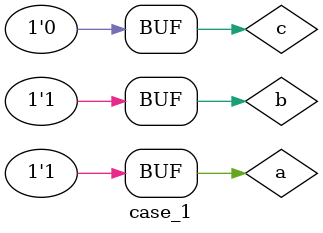
<source format=v>
`timescale 1ns / 1ps


module case_1(


    );
    reg a;
    reg b;
    reg c;
    reg [3:0]k=4'b0000;
    always @(*)
    begin
        case({a,b,c})
            3'b000 : k<=1'b1001;
            3'b001 : k<=2;
            3'b101 : k<=1;
            default:k<=5;
        endcase
    end
    
    initial
    begin
    a<=1'b0;
    b<=1'b0;
    c<=1'b0;
    #10;
    a<=1'b0;
    b<=1'b0;
    c<=1'b1;
    #10;
    a<=1'b1;
    b<=1'b0;
    c<=1'b1;
    #10;
    a<=1'b0;
    b<=1'b0;
    c<=1'b0;
    #10;
    a<=1'b1;
    b<=1'b1;
    c<=1'b0;
    #10;
    end

    
    
    
    
    
endmodule

</source>
